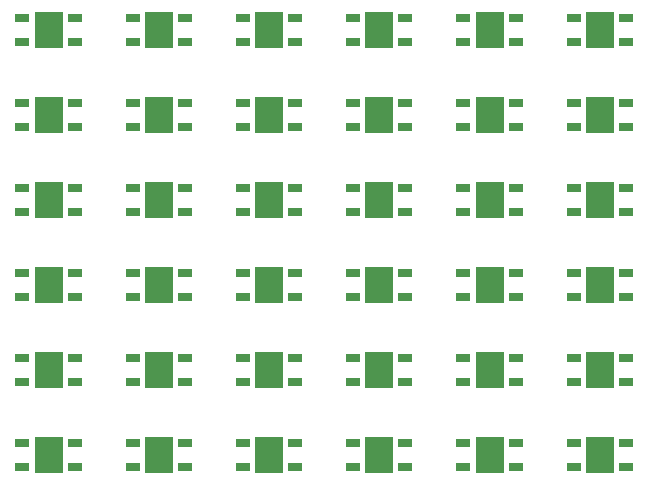
<source format=gbr>
G04*
G04 #@! TF.GenerationSoftware,Altium Limited,Altium Designer,24.1.2 (44)*
G04*
G04 Layer_Color=128*
%FSLAX44Y44*%
%MOMM*%
G71*
G04*
G04 #@! TF.SameCoordinates,5A935687-884A-4F64-8E33-7EEF87A7B93E*
G04*
G04*
G04 #@! TF.FilePolarity,Positive*
G04*
G01*
G75*
%ADD81R,1.1938X0.7620*%
%ADD82R,2.4892X3.0988*%
G36*
X339126Y500000D02*
X316234D01*
Y513494D01*
X339126D01*
Y500000D01*
D02*
G37*
G36*
X245786D02*
X222894D01*
Y513494D01*
X245786D01*
Y500000D01*
D02*
G37*
G36*
X152446D02*
X129554D01*
Y513494D01*
X152446D01*
Y500000D01*
D02*
G37*
G36*
X339126Y484506D02*
X316234D01*
Y498000D01*
X339126D01*
Y484506D01*
D02*
G37*
G36*
X245786D02*
X222894D01*
Y498000D01*
X245786D01*
Y484506D01*
D02*
G37*
G36*
X152446D02*
X129554D01*
Y498000D01*
X152446D01*
Y484506D01*
D02*
G37*
G36*
X339126Y428000D02*
X316234D01*
Y441494D01*
X339126D01*
Y428000D01*
D02*
G37*
G36*
X245786D02*
X222894D01*
Y441494D01*
X245786D01*
Y428000D01*
D02*
G37*
G36*
X152446D02*
X129554D01*
Y441494D01*
X152446D01*
Y428000D01*
D02*
G37*
G36*
X339126Y412506D02*
X316234D01*
Y426000D01*
X339126D01*
Y412506D01*
D02*
G37*
G36*
X245786D02*
X222894D01*
Y426000D01*
X245786D01*
Y412506D01*
D02*
G37*
G36*
X152446D02*
X129554D01*
Y426000D01*
X152446D01*
Y412506D01*
D02*
G37*
G36*
X339126Y356000D02*
X316234D01*
Y369494D01*
X339126D01*
Y356000D01*
D02*
G37*
G36*
X245786D02*
X222894D01*
Y369494D01*
X245786D01*
Y356000D01*
D02*
G37*
G36*
X152446D02*
X129554D01*
Y369494D01*
X152446D01*
Y356000D01*
D02*
G37*
G36*
X339126Y340506D02*
X316234D01*
Y354000D01*
X339126D01*
Y340506D01*
D02*
G37*
G36*
X245786D02*
X222894D01*
Y354000D01*
X245786D01*
Y340506D01*
D02*
G37*
G36*
X152446D02*
X129554D01*
Y354000D01*
X152446D01*
Y340506D01*
D02*
G37*
G36*
X339126Y716000D02*
X316234D01*
Y729494D01*
X339126D01*
Y716000D01*
D02*
G37*
G36*
X245786D02*
X222894D01*
Y729494D01*
X245786D01*
Y716000D01*
D02*
G37*
G36*
X152446D02*
X129554D01*
Y729494D01*
X152446D01*
Y716000D01*
D02*
G37*
G36*
X339126Y700506D02*
X316234D01*
Y714000D01*
X339126D01*
Y700506D01*
D02*
G37*
G36*
X245786D02*
X222894D01*
Y714000D01*
X245786D01*
Y700506D01*
D02*
G37*
G36*
X152446D02*
X129554D01*
Y714000D01*
X152446D01*
Y700506D01*
D02*
G37*
G36*
X339126Y644000D02*
X316234D01*
Y657494D01*
X339126D01*
Y644000D01*
D02*
G37*
G36*
X245786D02*
X222894D01*
Y657494D01*
X245786D01*
Y644000D01*
D02*
G37*
G36*
X152446D02*
X129554D01*
Y657494D01*
X152446D01*
Y644000D01*
D02*
G37*
G36*
X339126Y628506D02*
X316234D01*
Y642000D01*
X339126D01*
Y628506D01*
D02*
G37*
G36*
X245786D02*
X222894D01*
Y642000D01*
X245786D01*
Y628506D01*
D02*
G37*
G36*
X152446D02*
X129554D01*
Y642000D01*
X152446D01*
Y628506D01*
D02*
G37*
G36*
X339126Y572000D02*
X316234D01*
Y585494D01*
X339126D01*
Y572000D01*
D02*
G37*
G36*
X245786D02*
X222894D01*
Y585494D01*
X245786D01*
Y572000D01*
D02*
G37*
G36*
X152446D02*
X129554D01*
Y585494D01*
X152446D01*
Y572000D01*
D02*
G37*
G36*
X339126Y556506D02*
X316234D01*
Y570000D01*
X339126D01*
Y556506D01*
D02*
G37*
G36*
X245786D02*
X222894D01*
Y570000D01*
X245786D01*
Y556506D01*
D02*
G37*
G36*
X152446D02*
X129554D01*
Y570000D01*
X152446D01*
Y556506D01*
D02*
G37*
G36*
X619146Y500000D02*
X596254D01*
Y513494D01*
X619146D01*
Y500000D01*
D02*
G37*
G36*
X525806D02*
X502914D01*
Y513494D01*
X525806D01*
Y500000D01*
D02*
G37*
G36*
X432466D02*
X409574D01*
Y513494D01*
X432466D01*
Y500000D01*
D02*
G37*
G36*
X619146Y484506D02*
X596254D01*
Y498000D01*
X619146D01*
Y484506D01*
D02*
G37*
G36*
X525806D02*
X502914D01*
Y498000D01*
X525806D01*
Y484506D01*
D02*
G37*
G36*
X432466D02*
X409574D01*
Y498000D01*
X432466D01*
Y484506D01*
D02*
G37*
G36*
X619146Y428000D02*
X596254D01*
Y441494D01*
X619146D01*
Y428000D01*
D02*
G37*
G36*
X525806D02*
X502914D01*
Y441494D01*
X525806D01*
Y428000D01*
D02*
G37*
G36*
X432466D02*
X409574D01*
Y441494D01*
X432466D01*
Y428000D01*
D02*
G37*
G36*
X619146Y412506D02*
X596254D01*
Y426000D01*
X619146D01*
Y412506D01*
D02*
G37*
G36*
X525806D02*
X502914D01*
Y426000D01*
X525806D01*
Y412506D01*
D02*
G37*
G36*
X432466D02*
X409574D01*
Y426000D01*
X432466D01*
Y412506D01*
D02*
G37*
G36*
X619146Y356000D02*
X596254D01*
Y369494D01*
X619146D01*
Y356000D01*
D02*
G37*
G36*
X525806D02*
X502914D01*
Y369494D01*
X525806D01*
Y356000D01*
D02*
G37*
G36*
X432466D02*
X409574D01*
Y369494D01*
X432466D01*
Y356000D01*
D02*
G37*
G36*
X619146Y340506D02*
X596254D01*
Y354000D01*
X619146D01*
Y340506D01*
D02*
G37*
G36*
X525806D02*
X502914D01*
Y354000D01*
X525806D01*
Y340506D01*
D02*
G37*
G36*
X432466D02*
X409574D01*
Y354000D01*
X432466D01*
Y340506D01*
D02*
G37*
G36*
X619146Y716000D02*
X596254D01*
Y729494D01*
X619146D01*
Y716000D01*
D02*
G37*
G36*
X525806D02*
X502914D01*
Y729494D01*
X525806D01*
Y716000D01*
D02*
G37*
G36*
X432466D02*
X409574D01*
Y729494D01*
X432466D01*
Y716000D01*
D02*
G37*
G36*
X619146Y700506D02*
X596254D01*
Y714000D01*
X619146D01*
Y700506D01*
D02*
G37*
G36*
X525806D02*
X502914D01*
Y714000D01*
X525806D01*
Y700506D01*
D02*
G37*
G36*
X432466D02*
X409574D01*
Y714000D01*
X432466D01*
Y700506D01*
D02*
G37*
G36*
X619146Y644000D02*
X596254D01*
Y657494D01*
X619146D01*
Y644000D01*
D02*
G37*
G36*
X525806D02*
X502914D01*
Y657494D01*
X525806D01*
Y644000D01*
D02*
G37*
G36*
X432466D02*
X409574D01*
Y657494D01*
X432466D01*
Y644000D01*
D02*
G37*
G36*
X619146Y628506D02*
X596254D01*
Y642000D01*
X619146D01*
Y628506D01*
D02*
G37*
G36*
X525806D02*
X502914D01*
Y642000D01*
X525806D01*
Y628506D01*
D02*
G37*
G36*
X432466D02*
X409574D01*
Y642000D01*
X432466D01*
Y628506D01*
D02*
G37*
G36*
X619146Y572000D02*
X596254D01*
Y585494D01*
X619146D01*
Y572000D01*
D02*
G37*
G36*
X525806D02*
X502914D01*
Y585494D01*
X525806D01*
Y572000D01*
D02*
G37*
G36*
X432466D02*
X409574D01*
Y585494D01*
X432466D01*
Y572000D01*
D02*
G37*
G36*
X619146Y556506D02*
X596254D01*
Y570000D01*
X619146D01*
Y556506D01*
D02*
G37*
G36*
X525806D02*
X502914D01*
Y570000D01*
X525806D01*
Y556506D01*
D02*
G37*
G36*
X432466D02*
X409574D01*
Y570000D01*
X432466D01*
Y556506D01*
D02*
G37*
D81*
X163098Y705000D02*
D03*
X118902Y725000D02*
D03*
Y705000D02*
D03*
X163098Y725000D02*
D03*
Y653000D02*
D03*
X118902Y633000D02*
D03*
Y653000D02*
D03*
X163098Y633000D02*
D03*
X256438Y653000D02*
D03*
X212242Y633000D02*
D03*
Y653000D02*
D03*
X256438Y633000D02*
D03*
Y725000D02*
D03*
X212242Y705000D02*
D03*
Y725000D02*
D03*
X256438Y705000D02*
D03*
X349778Y653000D02*
D03*
X305582Y633000D02*
D03*
Y653000D02*
D03*
X349778Y633000D02*
D03*
Y705000D02*
D03*
X305582Y725000D02*
D03*
Y705000D02*
D03*
X349778Y725000D02*
D03*
X536458Y653000D02*
D03*
X492262Y633000D02*
D03*
Y653000D02*
D03*
X536458Y633000D02*
D03*
X443118D02*
D03*
X398922Y653000D02*
D03*
Y633000D02*
D03*
X443118Y653000D02*
D03*
Y725000D02*
D03*
X398922Y705000D02*
D03*
Y725000D02*
D03*
X443118Y705000D02*
D03*
X536458D02*
D03*
X492262Y725000D02*
D03*
Y705000D02*
D03*
X536458Y725000D02*
D03*
X629798Y705000D02*
D03*
X585602Y725000D02*
D03*
Y705000D02*
D03*
X629798Y725000D02*
D03*
Y653000D02*
D03*
X585602Y633000D02*
D03*
Y653000D02*
D03*
X629798Y633000D02*
D03*
Y581000D02*
D03*
X585602Y561000D02*
D03*
Y581000D02*
D03*
X629798Y561000D02*
D03*
X536458D02*
D03*
X492262Y581000D02*
D03*
Y561000D02*
D03*
X536458Y581000D02*
D03*
X443118D02*
D03*
X398922Y561000D02*
D03*
Y581000D02*
D03*
X443118Y561000D02*
D03*
X349778Y581000D02*
D03*
X305582Y561000D02*
D03*
Y581000D02*
D03*
X349778Y561000D02*
D03*
X256438Y581000D02*
D03*
X212242Y561000D02*
D03*
Y581000D02*
D03*
X256438Y561000D02*
D03*
X163098D02*
D03*
X118902Y581000D02*
D03*
Y561000D02*
D03*
X163098Y581000D02*
D03*
Y345000D02*
D03*
X118902Y365000D02*
D03*
Y345000D02*
D03*
X163098Y365000D02*
D03*
Y509000D02*
D03*
X118902Y489000D02*
D03*
Y509000D02*
D03*
X163098Y489000D02*
D03*
X256438Y509000D02*
D03*
X212242Y489000D02*
D03*
Y509000D02*
D03*
X256438Y489000D02*
D03*
X349778Y509000D02*
D03*
X305582Y489000D02*
D03*
Y509000D02*
D03*
X349778Y489000D02*
D03*
X256438Y365000D02*
D03*
X212242Y345000D02*
D03*
Y365000D02*
D03*
X256438Y345000D02*
D03*
X349778D02*
D03*
X305582Y365000D02*
D03*
Y345000D02*
D03*
X349778Y365000D02*
D03*
X443118Y345000D02*
D03*
X398922Y365000D02*
D03*
Y345000D02*
D03*
X443118Y365000D02*
D03*
X536458Y345000D02*
D03*
X492262Y365000D02*
D03*
Y345000D02*
D03*
X536458Y365000D02*
D03*
X629798D02*
D03*
X585602Y345000D02*
D03*
Y365000D02*
D03*
X629798Y345000D02*
D03*
X443118Y509000D02*
D03*
X398922Y489000D02*
D03*
Y509000D02*
D03*
X443118Y489000D02*
D03*
X536458Y509000D02*
D03*
X492262Y489000D02*
D03*
Y509000D02*
D03*
X536458Y489000D02*
D03*
X629798D02*
D03*
X585602Y509000D02*
D03*
Y489000D02*
D03*
X629798Y509000D02*
D03*
X163098Y437000D02*
D03*
X118902Y417000D02*
D03*
Y437000D02*
D03*
X163098Y417000D02*
D03*
X443118Y437000D02*
D03*
X398922Y417000D02*
D03*
Y437000D02*
D03*
X443118Y417000D02*
D03*
X536458Y437000D02*
D03*
X492262Y417000D02*
D03*
Y437000D02*
D03*
X536458Y417000D02*
D03*
X256438Y437000D02*
D03*
X212242Y417000D02*
D03*
Y437000D02*
D03*
X256438Y417000D02*
D03*
X349778Y437000D02*
D03*
X305582Y417000D02*
D03*
Y437000D02*
D03*
X349778Y417000D02*
D03*
X629798Y437000D02*
D03*
X585602Y417000D02*
D03*
Y437000D02*
D03*
X629798Y417000D02*
D03*
D82*
X141000Y715000D02*
D03*
Y643000D02*
D03*
X234340D02*
D03*
Y715000D02*
D03*
X327680Y643000D02*
D03*
Y715000D02*
D03*
X514360Y643000D02*
D03*
X421020D02*
D03*
Y715000D02*
D03*
X514360D02*
D03*
X607700D02*
D03*
Y643000D02*
D03*
Y571000D02*
D03*
X514360D02*
D03*
X421020D02*
D03*
X327680D02*
D03*
X234340D02*
D03*
X141000D02*
D03*
Y355000D02*
D03*
Y499000D02*
D03*
X234340D02*
D03*
X327680D02*
D03*
X234340Y355000D02*
D03*
X327680D02*
D03*
X421020D02*
D03*
X514360D02*
D03*
X607700D02*
D03*
X421020Y499000D02*
D03*
X514360D02*
D03*
X607700D02*
D03*
X141000Y427000D02*
D03*
X421020D02*
D03*
X514360D02*
D03*
X234340D02*
D03*
X327680D02*
D03*
X607700D02*
D03*
M02*

</source>
